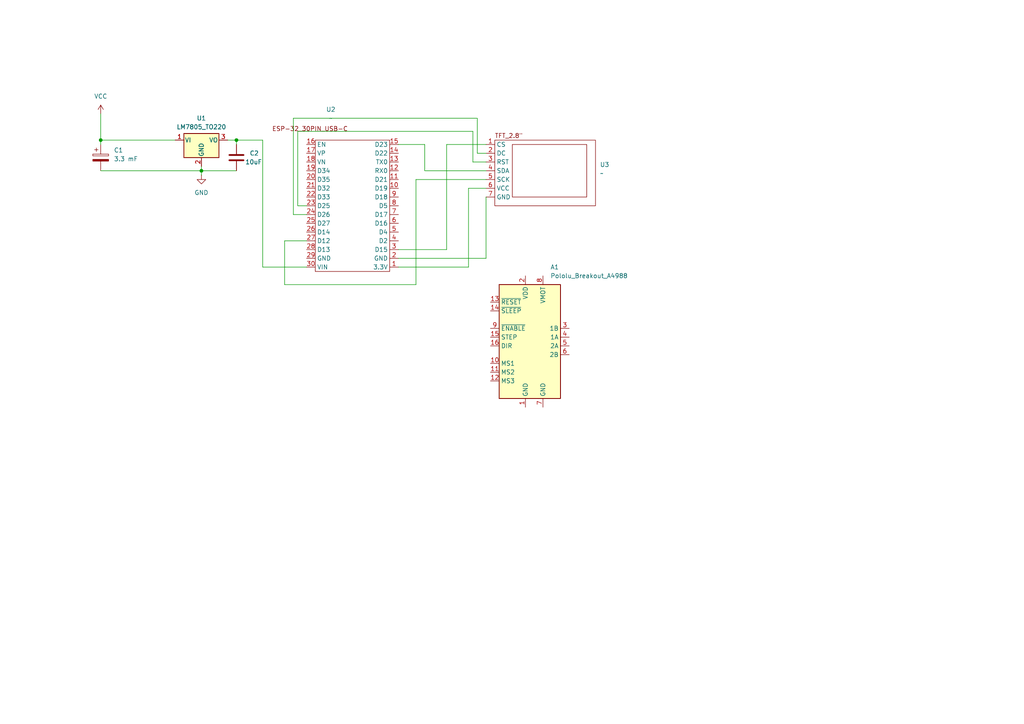
<source format=kicad_sch>
(kicad_sch (version 20250114) (generator "eeschema") (generator_version "9.0")
  (paper "A4")
  (lib_symbols
    (symbol "Device:C" (pin_numbers (hide yes)) (pin_names (offset 0.254))
      (property "Reference" "C" (at 0.635 2.54 0))
      (property "Value" "C" (at 0.635 -2.54 0))
      (symbol "C_0_1"
        (polyline (pts (xy -2.032 0.762) (xy 2.032 0.762)) (stroke (width 0.508)))
        (polyline (pts (xy -2.032 -0.762) (xy 2.032 -0.762)) (stroke (width 0.508)))
      )
      (symbol "C_1_1"
        (pin passive line (at 0 3.81 270) (length 2.794) (name "~") (number "1"))
        (pin passive line (at 0 -3.81 90) (length 2.794) (name "~") (number "2"))
      )
    )
    (symbol "Device:C_Polarized" (pin_numbers (hide yes)) (pin_names (offset 0.254))
      (property "Reference" "C" (at 0.635 2.54 0))
      (property "Value" "C_Polarized" (at 0.635 -2.54 0))
      (symbol "C_Polarized_0_1"
        (rectangle (start -2.286 0.508) (end 2.286 1.016))
        (polyline (pts (xy -1.778 2.286) (xy -0.762 2.286)))
        (polyline (pts (xy -1.27 2.794) (xy -1.27 1.778)))
        (rectangle (start 2.286 -0.508) (end -2.286 -1.016) (fill (type outline)))
      )
      (symbol "C_Polarized_1_1"
        (pin passive line (at 0 3.81 270) (length 2.794) (name "~") (number "1"))
        (pin passive line (at 0 -3.81 90) (length 2.794) (name "~") (number "2"))
      )
    )
    (symbol "Driver_Motor:Pololu_Breakout_A4988"
      (property "Reference" "A" (at -2.54 19.05 0))
      (property "Value" "Pololu_Breakout_A4988" (at -2.54 16.51 0))
      (symbol "Pololu_Breakout_A4988_0_1"
        (rectangle (start 10.16 -17.78) (end -7.62 15.24) (stroke (width 0.254)) (fill (type background)))
      )
      (symbol "Pololu_Breakout_A4988_1_1"
        (pin input line (at -10.16 10.16 0) (length 2.54) (name "~{RESET}") (number "13"))
        (pin input line (at -10.16 7.62 0) (length 2.54) (name "~{SLEEP}") (number "14"))
        (pin input line (at -10.16 2.54 0) (length 2.54) (name "~{ENABLE}") (number "9"))
        (pin input line (at -10.16 0 0) (length 2.54) (name "STEP") (number "15"))
        (pin input line (at -10.16 -2.54 0) (length 2.54) (name "DIR") (number "16"))
        (pin input line (at -10.16 -7.62 0) (length 2.54) (name "MS1") (number "10"))
        (pin input line (at -10.16 -10.16 0) (length 2.54) (name "MS2") (number "11"))
        (pin input line (at -10.16 -12.7 0) (length 2.54) (name "MS3") (number "12"))
        (pin power_in line (at 0 17.78 270) (length 2.54) (name "VDD") (number "2"))
        (pin power_in line (at 0 -20.32 90) (length 2.54) (name "GND") (number "1"))
        (pin power_in line (at 5.08 17.78 270) (length 2.54) (name "VMOT") (number "8"))
        (pin power_in line (at 5.08 -20.32 90) (length 2.54) (name "GND") (number "7"))
        (pin output line (at 12.7 2.54 180) (length 2.54) (name "1B") (number "3"))
        (pin output line (at 12.7 0 180) (length 2.54) (name "1A") (number "4"))
        (pin output line (at 12.7 -2.54 180) (length 2.54) (name "2A") (number "5"))
        (pin output line (at 12.7 -5.08 180) (length 2.54) (name "2B") (number "6"))
      )
    )
    (symbol "ESP32SymbolLib:ESP-32_30PIN_USB-C"
      (property "Reference" "U" (at -10.16 21.59 0))
      (symbol "ESP-32_30PIN_USB-C_0_1"
        (rectangle (start -11.43 20.32) (end 10.16 -17.78))
      )
      (symbol "ESP-32_30PIN_USB-C_1_1"
        (text "ESP-32_30PIN_USB-C" (at -12.954 23.622 0) (effects (font (size 1.27 1.27))))
        (pin bidirectional line (at -13.97 19.05 0) (length 2.54) (name "EN") (number "16"))
        (pin bidirectional line (at -13.97 16.51 0) (length 2.54) (name "VP") (number "17"))
        (pin bidirectional line (at -13.97 13.97 0) (length 2.54) (name "VN") (number "18"))
        (pin bidirectional line (at -13.97 11.43 0) (length 2.54) (name "D34") (number "19"))
        (pin bidirectional line (at -13.97 8.89 0) (length 2.54) (name "D35") (number "20"))
        (pin bidirectional line (at -13.97 6.35 0) (length 2.54) (name "D32") (number "21"))
        (pin bidirectional line (at -13.97 3.81 0) (length 2.54) (name "D33") (number "22"))
        (pin bidirectional line (at -13.97 1.27 0) (length 2.54) (name "D25") (number "23"))
        (pin bidirectional line (at -13.97 -1.27 0) (length 2.54) (name "D26") (number "24"))
        (pin bidirectional line (at -13.97 -3.81 0) (length 2.54) (name "D27") (number "25"))
        (pin bidirectional line (at -13.97 -6.35 0) (length 2.54) (name "D14") (number "26"))
        (pin bidirectional line (at -13.97 -8.89 0) (length 2.54) (name "D12") (number "27"))
        (pin bidirectional line (at -13.97 -11.43 0) (length 2.54) (name "D13") (number "28"))
        (pin power_in line (at -13.97 -13.97 0) (length 2.54) (name "GND") (number "29"))
        (pin power_in line (at -13.97 -16.51 0) (length 2.54) (name "VIN") (number "30"))
        (pin bidirectional line (at 12.7 19.05 180) (length 2.54) (name "D23") (number "15"))
        (pin bidirectional line (at 12.7 16.51 180) (length 2.54) (name "D22") (number "14"))
        (pin bidirectional line (at 12.7 13.97 180) (length 2.54) (name "TX0") (number "13"))
        (pin bidirectional line (at 12.7 11.43 180) (length 2.54) (name "RX0") (number "12"))
        (pin bidirectional line (at 12.7 8.89 180) (length 2.54) (name "D21") (number "11"))
        (pin bidirectional line (at 12.7 6.35 180) (length 2.54) (name "D19") (number "10"))
        (pin bidirectional line (at 12.7 3.81 180) (length 2.54) (name "D18") (number "9"))
        (pin bidirectional line (at 12.7 1.27 180) (length 2.54) (name "D5") (number "8"))
        (pin bidirectional line (at 12.7 -1.27 180) (length 2.54) (name "D17") (number "7"))
        (pin bidirectional line (at 12.7 -3.81 180) (length 2.54) (name "D16") (number "6"))
        (pin bidirectional line (at 12.7 -6.35 180) (length 2.54) (name "D4") (number "5"))
        (pin bidirectional line (at 12.7 -8.89 180) (length 2.54) (name "D2") (number "4"))
        (pin bidirectional line (at 12.7 -11.43 180) (length 2.54) (name "D15") (number "3"))
        (pin power_in line (at 12.7 -13.97 180) (length 2.54) (name "GND") (number "2"))
        (pin power_out line (at 12.7 -16.51 180) (length 2.54) (name "3.3V") (number "1"))
      )
    )
    (symbol "ESP32SymbolLib:TFT_2.8{dblquote}"
      (property "Reference" "U" (at 10.668 8.382 0))
      (symbol "TFT_2.8{dblquote}_0_1"
        (rectangle (start -6.35 3.81) (end 22.86 -15.24))
        (rectangle (start -1.27 2.54) (end 20.32 -12.7))
      )
      (symbol "TFT_2.8{dblquote}_1_1"
        (text "TFT_2.8\"" (at -2.286 5.08 0) (effects (font (size 1.27 1.27))))
        (pin input line (at -8.89 2.54 0) (length 2.54) (name "CS") (number "1"))
        (pin input line (at -8.89 0 0) (length 2.54) (name "DC") (number "2"))
        (pin input line (at -8.89 -2.54 0) (length 2.54) (name "RST") (number "3"))
        (pin input line (at -8.89 -5.08 0) (length 2.54) (name "SDA") (number "4"))
        (pin input line (at -8.89 -7.62 0) (length 2.54) (name "SCK") (number "5"))
        (pin input line (at -8.89 -10.16 0) (length 2.54) (name "VCC") (number "6"))
        (pin input line (at -8.89 -12.7 0) (length 2.54) (name "GND") (number "7"))
      )
    )
    (symbol "Regulator_Linear:LM7805_TO220" (pin_names (offset 0.254))
      (property "Reference" "U" (at -3.81 3.175 0))
      (property "Value" "LM7805_TO220" (at 0 3.175 0))
      (symbol "LM7805_TO220_0_1"
        (rectangle (start -5.08 1.905) (end 5.08 -5.08) (stroke (width 0.254)) (fill (type background)))
      )
      (symbol "LM7805_TO220_1_1"
        (pin power_in line (at -7.62 0 0) (length 2.54) (name "VI") (number "1"))
        (pin power_in line (at 0 -7.62 90) (length 2.54) (name "GND") (number "2"))
        (pin power_out line (at 7.62 0 180) (length 2.54) (name "VO") (number "3"))
      )
    )
    (symbol "power:GND" (power) (pin_numbers (hide yes)) (pin_names (offset 0) (hide yes))
      (property "Value" "GND" (at 0 -3.81 0))
      (symbol "GND_0_1"
        (polyline (pts (xy 0 0) (xy 0 -1.27) (xy 1.27 -1.27) (xy 0 -2.54) (xy -1.27 -1.27) (xy 0 -1.27)))
      )
      (symbol "GND_1_1"
        (pin power_in line (at 0 0 270) (length 0) (name "~") (number "1"))
      )
    )
    (symbol "power:VCC" (power) (pin_numbers (hide yes)) (pin_names (offset 0) (hide yes))
      (property "Value" "VCC" (at 0 3.556 0))
      (symbol "VCC_0_1"
        (polyline (pts (xy -0.762 1.27) (xy 0 2.54)))
        (polyline (pts (xy 0 2.54) (xy 0.762 1.27)))
        (polyline (pts (xy 0 0) (xy 0 2.54)))
      )
      (symbol "VCC_1_1"
        (pin power_in line (at 0 0 90) (length 0) (name "~") (number "1"))
      )
    )
  )
  (junction (at 29.21 40.64))
  (junction (at 58.42 49.53))
  (junction (at 68.58 40.64))
  (wire (pts (xy 140.97 57.15) (xy 140.97 74.93)))
  (wire (pts (xy 29.21 40.64) (xy 29.21 41.91)))
  (wire (pts (xy 86.36 59.69) (xy 86.36 38.1)))
  (wire (pts (xy 115.57 77.47) (xy 135.89 77.47)))
  (wire (pts (xy 135.89 77.47) (xy 135.89 54.61)))
  (wire (pts (xy 68.58 40.64) (xy 76.2 40.64)))
  (wire (pts (xy 137.16 46.99) (xy 140.97 46.99)))
  (wire (pts (xy 85.09 34.29) (xy 138.43 34.29)))
  (wire (pts (xy 129.54 41.91) (xy 140.97 41.91)))
  (wire (pts (xy 120.65 82.55) (xy 82.55 82.55)))
  (wire (pts (xy 58.42 49.53) (xy 68.58 49.53)))
  (wire (pts (xy 86.36 38.1) (xy 137.16 38.1)))
  (wire (pts (xy 76.2 77.47) (xy 88.9 77.47)))
  (wire (pts (xy 138.43 34.29) (xy 138.43 44.45)))
  (wire (pts (xy 140.97 52.07) (xy 120.65 52.07)))
  (wire (pts (xy 29.21 40.64) (xy 29.21 33.02)))
  (wire (pts (xy 135.89 54.61) (xy 140.97 54.61)))
  (wire (pts (xy 138.43 44.45) (xy 140.97 44.45)))
  (wire (pts (xy 123.19 49.53) (xy 123.19 41.91)))
  (wire (pts (xy 68.58 40.64) (xy 68.58 41.91)))
  (wire (pts (xy 85.09 62.23) (xy 85.09 34.29)))
  (wire (pts (xy 88.9 62.23) (xy 85.09 62.23)))
  (wire (pts (xy 82.55 69.85) (xy 88.9 69.85)))
  (wire (pts (xy 29.21 49.53) (xy 58.42 49.53)))
  (wire (pts (xy 82.55 82.55) (xy 82.55 69.85)))
  (wire (pts (xy 115.57 72.39) (xy 129.54 72.39)))
  (wire (pts (xy 50.8 40.64) (xy 29.21 40.64)))
  (wire (pts (xy 58.42 49.53) (xy 58.42 50.8)))
  (wire (pts (xy 88.9 59.69) (xy 86.36 59.69)))
  (wire (pts (xy 76.2 40.64) (xy 76.2 77.47)))
  (wire (pts (xy 140.97 49.53) (xy 123.19 49.53)))
  (wire (pts (xy 140.97 74.93) (xy 115.57 74.93)))
  (wire (pts (xy 123.19 41.91) (xy 115.57 41.91)))
  (wire (pts (xy 58.42 48.26) (xy 58.42 49.53)))
  (wire (pts (xy 137.16 38.1) (xy 137.16 46.99)))
  (wire (pts (xy 120.65 52.07) (xy 120.65 82.55)))
  (wire (pts (xy 129.54 72.39) (xy 129.54 41.91)))
  (wire (pts (xy 66.04 40.64) (xy 68.58 40.64)))
  (symbol (lib_id "ESP32SymbolLib:ESP-32_30PIN_USB-C") (at 102.87 60.96 0) (unit 1)
    (property "Reference" "U2" (at 95.9594 31.75 0))
    (property "Value" "~" (at 95.9594 34.29 0))
    (property "Footprint" "ESP32FootprintLib:ESP-32 30PIN" (effects (hide yes)))
  )
  (symbol (lib_id "Driver_Motor:Pololu_Breakout_A4988") (at 152.4 97.79 0) (unit 1)
    (property "Reference" "A1" (at 159.6233 77.47 0) (effects (justify left)))
    (property "Value" "Pololu_Breakout_A4988" (at 159.6233 80.01 0) (effects (justify left)))
    (property "Footprint" "Module:Pololu_Breakout-16_15.2x20.3mm" (effects (hide yes)))
    (property "Datasheet" "https://www.pololu.com/product/2980/pictures" (effects (hide yes)))
    (property "Description" "Pololu Breakout Board, Stepper Driver A4988" (effects (hide yes)))
  )
  (symbol (lib_id "Device:C") (at 68.58 45.72 0) (unit 1)
    (property "Reference" "C2" (at 72.39 44.4499 0) (effects (justify left)))
    (property "Value" "10uF" (at 71.12 46.99 0) (effects (justify left)))
    (property "Description" "Unpolarized capacitor" (effects (hide yes)))
  )
  (symbol (lib_id "power:VCC") (at 29.21 33.02 0) (unit 1)
    (property "Reference" "#PWR01" (effects (hide yes)))
    (property "Value" "VCC" (at 29.21 27.94 0))
    (property "Description" "Power symbol creates a global label with name \"VCC\"" (effects (hide yes)))
  )
  (symbol (lib_id "Device:C_Polarized") (at 29.21 45.72 0) (unit 1)
    (property "Reference" "C1" (at 33.02 43.5609 0) (effects (justify left)))
    (property "Value" "3.3 mF" (at 33.02 46.1009 0) (effects (justify left)))
    (property "Footprint" "Capacitor_THT:CP_Radial_D13.0mm_P5.00mm" (effects (hide yes)))
    (property "Description" "Polarized capacitor" (effects (hide yes)))
  )
  (symbol (lib_id "ESP32SymbolLib:TFT_2.8{dblquote}") (at 149.86 44.45 0) (unit 1)
    (property "Reference" "U3" (at 173.99 47.7491 0) (effects (justify left)))
    (property "Value" "~" (at 173.99 50.2891 0) (effects (justify left)))
  )
  (symbol (lib_id "Regulator_Linear:LM7805_TO220") (at 58.42 40.64 0) (unit 1)
    (property "Reference" "U1" (at 58.42 34.29 0))
    (property "Value" "LM7805_TO220" (at 58.42 36.83 0))
    (property "Footprint" "Package_TO_SOT_THT:TO-220-3_Vertical" (effects (hide yes)))
    (property "Datasheet" "https://www.onsemi.cn/PowerSolutions/document/MC7800-D.PDF" (effects (hide yes)))
    (property "Description" "Positive 1A 35V Linear Regulator, Fixed Output 5V, TO-220" (effects (hide yes)))
  )
  (symbol (lib_id "power:GND") (at 58.42 50.8 0) (unit 1)
    (property "Reference" "#PWR02" (effects (hide yes)))
    (property "Value" "GND" (at 58.42 55.88 0))
    (property "Description" "Power symbol creates a global label with name \"GND\" , ground" (effects (hide yes)))
  )
)
</source>
